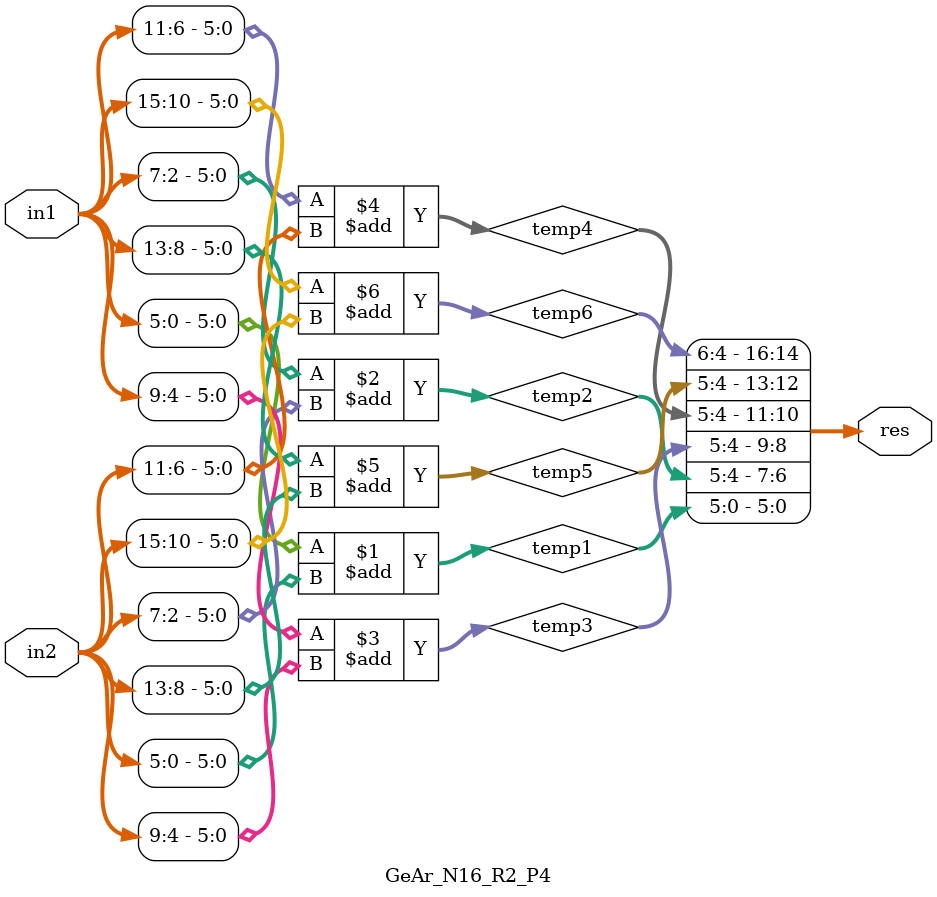
<source format=v>
`timescale 1ns / 1ps
module GeAr_N16_R2_P4(
    input [15:0] in1,
    input [15:0] in2,
    output [16:0] res
    );

wire [6:0] temp1,temp2,temp3,temp4,temp5,temp6;

assign temp1[6:0] = in1[5:0] + in2[5:0];
assign temp2[6:0] = in1[7:2] + in2[7:2];
assign temp3[6:0] = in1[9:4] + in2[9:4];
assign temp4[6:0] = in1[11:6] + in2[11:6];
assign temp5[6:0] = in1[13:8] + in2[13:8];
assign temp6[6:0] = in1[15:10] + in2[15:10];

assign res[16:0] = {temp6[6:4],temp5[5:4],temp4[5:4],temp3[5:4],temp2[5:4],temp1[5:0]};

endmodule


</source>
